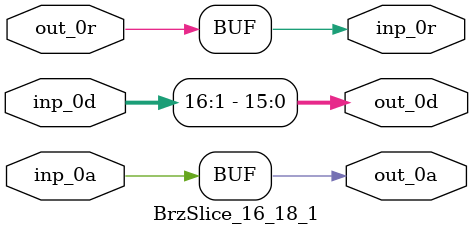
<source format=v>
module BrzSlice_16_18_1 (
  out_0r, out_0a, out_0d,
  inp_0r, inp_0a, inp_0d
);
  input out_0r;
  output out_0a;
  output [15:0] out_0d;
  output inp_0r;
  input inp_0a;
  input [17:0] inp_0d;
  assign inp_0r = out_0r;
  assign out_0a = inp_0a;
  assign out_0d[0] = inp_0d[1];
  assign out_0d[1] = inp_0d[2];
  assign out_0d[2] = inp_0d[3];
  assign out_0d[3] = inp_0d[4];
  assign out_0d[4] = inp_0d[5];
  assign out_0d[5] = inp_0d[6];
  assign out_0d[6] = inp_0d[7];
  assign out_0d[7] = inp_0d[8];
  assign out_0d[8] = inp_0d[9];
  assign out_0d[9] = inp_0d[10];
  assign out_0d[10] = inp_0d[11];
  assign out_0d[11] = inp_0d[12];
  assign out_0d[12] = inp_0d[13];
  assign out_0d[13] = inp_0d[14];
  assign out_0d[14] = inp_0d[15];
  assign out_0d[15] = inp_0d[16];
endmodule
</source>
